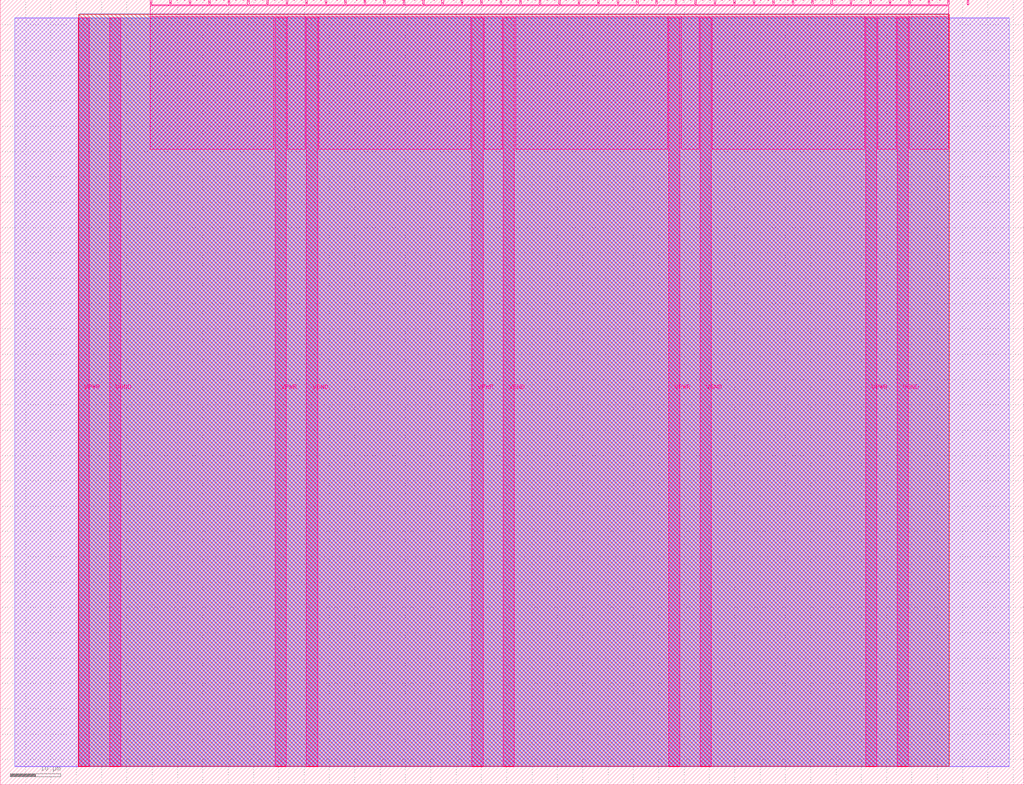
<source format=lef>
VERSION 5.7 ;
  NOWIREEXTENSIONATPIN ON ;
  DIVIDERCHAR "/" ;
  BUSBITCHARS "[]" ;
MACRO tt_um_gmejiamtz
  CLASS BLOCK ;
  FOREIGN tt_um_gmejiamtz ;
  ORIGIN 0.000 0.000 ;
  SIZE 202.080 BY 154.980 ;
  PIN VGND
    DIRECTION INOUT ;
    USE GROUND ;
    PORT
      LAYER Metal5 ;
        RECT 21.580 3.560 23.780 151.420 ;
    END
    PORT
      LAYER Metal5 ;
        RECT 60.450 3.560 62.650 151.420 ;
    END
    PORT
      LAYER Metal5 ;
        RECT 99.320 3.560 101.520 151.420 ;
    END
    PORT
      LAYER Metal5 ;
        RECT 138.190 3.560 140.390 151.420 ;
    END
    PORT
      LAYER Metal5 ;
        RECT 177.060 3.560 179.260 151.420 ;
    END
  END VGND
  PIN VPWR
    DIRECTION INOUT ;
    USE POWER ;
    PORT
      LAYER Metal5 ;
        RECT 15.380 3.560 17.580 151.420 ;
    END
    PORT
      LAYER Metal5 ;
        RECT 54.250 3.560 56.450 151.420 ;
    END
    PORT
      LAYER Metal5 ;
        RECT 93.120 3.560 95.320 151.420 ;
    END
    PORT
      LAYER Metal5 ;
        RECT 131.990 3.560 134.190 151.420 ;
    END
    PORT
      LAYER Metal5 ;
        RECT 170.860 3.560 173.060 151.420 ;
    END
  END VPWR
  PIN clk
    DIRECTION INPUT ;
    USE SIGNAL ;
    ANTENNAGATEAREA 0.213200 ;
    PORT
      LAYER Metal5 ;
        RECT 187.050 153.980 187.350 154.980 ;
    END
  END clk
  PIN ena
    DIRECTION INPUT ;
    USE SIGNAL ;
    PORT
      LAYER Metal5 ;
        RECT 190.890 153.980 191.190 154.980 ;
    END
  END ena
  PIN rst_n
    DIRECTION INPUT ;
    USE SIGNAL ;
    ANTENNAGATEAREA 0.180700 ;
    PORT
      LAYER Metal5 ;
        RECT 183.210 153.980 183.510 154.980 ;
    END
  END rst_n
  PIN ui_in[0]
    DIRECTION INPUT ;
    USE SIGNAL ;
    ANTENNAGATEAREA 0.213200 ;
    PORT
      LAYER Metal5 ;
        RECT 179.370 153.980 179.670 154.980 ;
    END
  END ui_in[0]
  PIN ui_in[1]
    DIRECTION INPUT ;
    USE SIGNAL ;
    ANTENNAGATEAREA 0.180700 ;
    PORT
      LAYER Metal5 ;
        RECT 175.530 153.980 175.830 154.980 ;
    END
  END ui_in[1]
  PIN ui_in[2]
    DIRECTION INPUT ;
    USE SIGNAL ;
    ANTENNAGATEAREA 0.180700 ;
    PORT
      LAYER Metal5 ;
        RECT 171.690 153.980 171.990 154.980 ;
    END
  END ui_in[2]
  PIN ui_in[3]
    DIRECTION INPUT ;
    USE SIGNAL ;
    ANTENNAGATEAREA 0.180700 ;
    PORT
      LAYER Metal5 ;
        RECT 167.850 153.980 168.150 154.980 ;
    END
  END ui_in[3]
  PIN ui_in[4]
    DIRECTION INPUT ;
    USE SIGNAL ;
    ANTENNAGATEAREA 0.180700 ;
    PORT
      LAYER Metal5 ;
        RECT 164.010 153.980 164.310 154.980 ;
    END
  END ui_in[4]
  PIN ui_in[5]
    DIRECTION INPUT ;
    USE SIGNAL ;
    PORT
      LAYER Metal5 ;
        RECT 160.170 153.980 160.470 154.980 ;
    END
  END ui_in[5]
  PIN ui_in[6]
    DIRECTION INPUT ;
    USE SIGNAL ;
    PORT
      LAYER Metal5 ;
        RECT 156.330 153.980 156.630 154.980 ;
    END
  END ui_in[6]
  PIN ui_in[7]
    DIRECTION INPUT ;
    USE SIGNAL ;
    PORT
      LAYER Metal5 ;
        RECT 152.490 153.980 152.790 154.980 ;
    END
  END ui_in[7]
  PIN uio_in[0]
    DIRECTION INPUT ;
    USE SIGNAL ;
    ANTENNAGATEAREA 0.180700 ;
    PORT
      LAYER Metal5 ;
        RECT 148.650 153.980 148.950 154.980 ;
    END
  END uio_in[0]
  PIN uio_in[1]
    DIRECTION INPUT ;
    USE SIGNAL ;
    ANTENNAGATEAREA 0.180700 ;
    PORT
      LAYER Metal5 ;
        RECT 144.810 153.980 145.110 154.980 ;
    END
  END uio_in[1]
  PIN uio_in[2]
    DIRECTION INPUT ;
    USE SIGNAL ;
    ANTENNAGATEAREA 0.180700 ;
    PORT
      LAYER Metal5 ;
        RECT 140.970 153.980 141.270 154.980 ;
    END
  END uio_in[2]
  PIN uio_in[3]
    DIRECTION INPUT ;
    USE SIGNAL ;
    ANTENNAGATEAREA 0.180700 ;
    PORT
      LAYER Metal5 ;
        RECT 137.130 153.980 137.430 154.980 ;
    END
  END uio_in[3]
  PIN uio_in[4]
    DIRECTION INPUT ;
    USE SIGNAL ;
    ANTENNAGATEAREA 0.180700 ;
    PORT
      LAYER Metal5 ;
        RECT 133.290 153.980 133.590 154.980 ;
    END
  END uio_in[4]
  PIN uio_in[5]
    DIRECTION INPUT ;
    USE SIGNAL ;
    ANTENNAGATEAREA 0.180700 ;
    PORT
      LAYER Metal5 ;
        RECT 129.450 153.980 129.750 154.980 ;
    END
  END uio_in[5]
  PIN uio_in[6]
    DIRECTION INPUT ;
    USE SIGNAL ;
    ANTENNAGATEAREA 0.180700 ;
    PORT
      LAYER Metal5 ;
        RECT 125.610 153.980 125.910 154.980 ;
    END
  END uio_in[6]
  PIN uio_in[7]
    DIRECTION INPUT ;
    USE SIGNAL ;
    ANTENNAGATEAREA 0.180700 ;
    PORT
      LAYER Metal5 ;
        RECT 121.770 153.980 122.070 154.980 ;
    END
  END uio_in[7]
  PIN uio_oe[0]
    DIRECTION OUTPUT ;
    USE SIGNAL ;
    ANTENNADIFFAREA 0.299200 ;
    PORT
      LAYER Metal5 ;
        RECT 56.490 153.980 56.790 154.980 ;
    END
  END uio_oe[0]
  PIN uio_oe[1]
    DIRECTION OUTPUT ;
    USE SIGNAL ;
    ANTENNADIFFAREA 0.299200 ;
    PORT
      LAYER Metal5 ;
        RECT 52.650 153.980 52.950 154.980 ;
    END
  END uio_oe[1]
  PIN uio_oe[2]
    DIRECTION OUTPUT ;
    USE SIGNAL ;
    ANTENNADIFFAREA 0.299200 ;
    PORT
      LAYER Metal5 ;
        RECT 48.810 153.980 49.110 154.980 ;
    END
  END uio_oe[2]
  PIN uio_oe[3]
    DIRECTION OUTPUT ;
    USE SIGNAL ;
    ANTENNADIFFAREA 0.299200 ;
    PORT
      LAYER Metal5 ;
        RECT 44.970 153.980 45.270 154.980 ;
    END
  END uio_oe[3]
  PIN uio_oe[4]
    DIRECTION OUTPUT ;
    USE SIGNAL ;
    ANTENNADIFFAREA 0.299200 ;
    PORT
      LAYER Metal5 ;
        RECT 41.130 153.980 41.430 154.980 ;
    END
  END uio_oe[4]
  PIN uio_oe[5]
    DIRECTION OUTPUT ;
    USE SIGNAL ;
    ANTENNADIFFAREA 0.299200 ;
    PORT
      LAYER Metal5 ;
        RECT 37.290 153.980 37.590 154.980 ;
    END
  END uio_oe[5]
  PIN uio_oe[6]
    DIRECTION OUTPUT ;
    USE SIGNAL ;
    ANTENNADIFFAREA 0.299200 ;
    PORT
      LAYER Metal5 ;
        RECT 33.450 153.980 33.750 154.980 ;
    END
  END uio_oe[6]
  PIN uio_oe[7]
    DIRECTION OUTPUT ;
    USE SIGNAL ;
    ANTENNADIFFAREA 0.299200 ;
    PORT
      LAYER Metal5 ;
        RECT 29.610 153.980 29.910 154.980 ;
    END
  END uio_oe[7]
  PIN uio_out[0]
    DIRECTION OUTPUT ;
    USE SIGNAL ;
    ANTENNADIFFAREA 0.299200 ;
    PORT
      LAYER Metal5 ;
        RECT 87.210 153.980 87.510 154.980 ;
    END
  END uio_out[0]
  PIN uio_out[1]
    DIRECTION OUTPUT ;
    USE SIGNAL ;
    ANTENNADIFFAREA 0.299200 ;
    PORT
      LAYER Metal5 ;
        RECT 83.370 153.980 83.670 154.980 ;
    END
  END uio_out[1]
  PIN uio_out[2]
    DIRECTION OUTPUT ;
    USE SIGNAL ;
    ANTENNADIFFAREA 0.299200 ;
    PORT
      LAYER Metal5 ;
        RECT 79.530 153.980 79.830 154.980 ;
    END
  END uio_out[2]
  PIN uio_out[3]
    DIRECTION OUTPUT ;
    USE SIGNAL ;
    ANTENNADIFFAREA 0.299200 ;
    PORT
      LAYER Metal5 ;
        RECT 75.690 153.980 75.990 154.980 ;
    END
  END uio_out[3]
  PIN uio_out[4]
    DIRECTION OUTPUT ;
    USE SIGNAL ;
    ANTENNADIFFAREA 0.299200 ;
    PORT
      LAYER Metal5 ;
        RECT 71.850 153.980 72.150 154.980 ;
    END
  END uio_out[4]
  PIN uio_out[5]
    DIRECTION OUTPUT ;
    USE SIGNAL ;
    ANTENNADIFFAREA 0.299200 ;
    PORT
      LAYER Metal5 ;
        RECT 68.010 153.980 68.310 154.980 ;
    END
  END uio_out[5]
  PIN uio_out[6]
    DIRECTION OUTPUT ;
    USE SIGNAL ;
    ANTENNADIFFAREA 0.299200 ;
    PORT
      LAYER Metal5 ;
        RECT 64.170 153.980 64.470 154.980 ;
    END
  END uio_out[6]
  PIN uio_out[7]
    DIRECTION OUTPUT ;
    USE SIGNAL ;
    ANTENNADIFFAREA 0.299200 ;
    PORT
      LAYER Metal5 ;
        RECT 60.330 153.980 60.630 154.980 ;
    END
  END uio_out[7]
  PIN uo_out[0]
    DIRECTION OUTPUT ;
    USE SIGNAL ;
    ANTENNADIFFAREA 0.654800 ;
    PORT
      LAYER Metal5 ;
        RECT 117.930 153.980 118.230 154.980 ;
    END
  END uo_out[0]
  PIN uo_out[1]
    DIRECTION OUTPUT ;
    USE SIGNAL ;
    ANTENNADIFFAREA 0.299200 ;
    PORT
      LAYER Metal5 ;
        RECT 114.090 153.980 114.390 154.980 ;
    END
  END uo_out[1]
  PIN uo_out[2]
    DIRECTION OUTPUT ;
    USE SIGNAL ;
    ANTENNADIFFAREA 0.299200 ;
    PORT
      LAYER Metal5 ;
        RECT 110.250 153.980 110.550 154.980 ;
    END
  END uo_out[2]
  PIN uo_out[3]
    DIRECTION OUTPUT ;
    USE SIGNAL ;
    ANTENNADIFFAREA 0.299200 ;
    PORT
      LAYER Metal5 ;
        RECT 106.410 153.980 106.710 154.980 ;
    END
  END uo_out[3]
  PIN uo_out[4]
    DIRECTION OUTPUT ;
    USE SIGNAL ;
    ANTENNADIFFAREA 0.299200 ;
    PORT
      LAYER Metal5 ;
        RECT 102.570 153.980 102.870 154.980 ;
    END
  END uo_out[4]
  PIN uo_out[5]
    DIRECTION OUTPUT ;
    USE SIGNAL ;
    ANTENNADIFFAREA 0.299200 ;
    PORT
      LAYER Metal5 ;
        RECT 98.730 153.980 99.030 154.980 ;
    END
  END uo_out[5]
  PIN uo_out[6]
    DIRECTION OUTPUT ;
    USE SIGNAL ;
    ANTENNADIFFAREA 0.299200 ;
    PORT
      LAYER Metal5 ;
        RECT 94.890 153.980 95.190 154.980 ;
    END
  END uo_out[6]
  PIN uo_out[7]
    DIRECTION OUTPUT ;
    USE SIGNAL ;
    ANTENNADIFFAREA 0.299200 ;
    PORT
      LAYER Metal5 ;
        RECT 91.050 153.980 91.350 154.980 ;
    END
  END uo_out[7]
  OBS
      LAYER GatPoly ;
        RECT 2.880 3.630 199.200 151.350 ;
      LAYER Metal1 ;
        RECT 2.880 3.560 199.200 151.420 ;
      LAYER Metal2 ;
        RECT 15.515 3.680 187.345 151.300 ;
      LAYER Metal3 ;
        RECT 15.560 3.635 187.300 152.185 ;
      LAYER Metal4 ;
        RECT 15.515 3.680 187.345 152.140 ;
      LAYER Metal5 ;
        RECT 30.120 153.770 33.240 153.980 ;
        RECT 33.960 153.770 37.080 153.980 ;
        RECT 37.800 153.770 40.920 153.980 ;
        RECT 41.640 153.770 44.760 153.980 ;
        RECT 45.480 153.770 48.600 153.980 ;
        RECT 49.320 153.770 52.440 153.980 ;
        RECT 53.160 153.770 56.280 153.980 ;
        RECT 57.000 153.770 60.120 153.980 ;
        RECT 60.840 153.770 63.960 153.980 ;
        RECT 64.680 153.770 67.800 153.980 ;
        RECT 68.520 153.770 71.640 153.980 ;
        RECT 72.360 153.770 75.480 153.980 ;
        RECT 76.200 153.770 79.320 153.980 ;
        RECT 80.040 153.770 83.160 153.980 ;
        RECT 83.880 153.770 87.000 153.980 ;
        RECT 87.720 153.770 90.840 153.980 ;
        RECT 91.560 153.770 94.680 153.980 ;
        RECT 95.400 153.770 98.520 153.980 ;
        RECT 99.240 153.770 102.360 153.980 ;
        RECT 103.080 153.770 106.200 153.980 ;
        RECT 106.920 153.770 110.040 153.980 ;
        RECT 110.760 153.770 113.880 153.980 ;
        RECT 114.600 153.770 117.720 153.980 ;
        RECT 118.440 153.770 121.560 153.980 ;
        RECT 122.280 153.770 125.400 153.980 ;
        RECT 126.120 153.770 129.240 153.980 ;
        RECT 129.960 153.770 133.080 153.980 ;
        RECT 133.800 153.770 136.920 153.980 ;
        RECT 137.640 153.770 140.760 153.980 ;
        RECT 141.480 153.770 144.600 153.980 ;
        RECT 145.320 153.770 148.440 153.980 ;
        RECT 149.160 153.770 152.280 153.980 ;
        RECT 153.000 153.770 156.120 153.980 ;
        RECT 156.840 153.770 159.960 153.980 ;
        RECT 160.680 153.770 163.800 153.980 ;
        RECT 164.520 153.770 167.640 153.980 ;
        RECT 168.360 153.770 171.480 153.980 ;
        RECT 172.200 153.770 175.320 153.980 ;
        RECT 176.040 153.770 179.160 153.980 ;
        RECT 179.880 153.770 183.000 153.980 ;
        RECT 183.720 153.770 186.840 153.980 ;
        RECT 29.660 151.630 187.300 153.770 ;
        RECT 29.660 125.435 54.040 151.630 ;
        RECT 56.660 125.435 60.240 151.630 ;
        RECT 62.860 125.435 92.910 151.630 ;
        RECT 95.530 125.435 99.110 151.630 ;
        RECT 101.730 125.435 131.780 151.630 ;
        RECT 134.400 125.435 137.980 151.630 ;
        RECT 140.600 125.435 170.650 151.630 ;
        RECT 173.270 125.435 176.850 151.630 ;
        RECT 179.470 125.435 187.300 151.630 ;
  END
END tt_um_gmejiamtz
END LIBRARY


</source>
